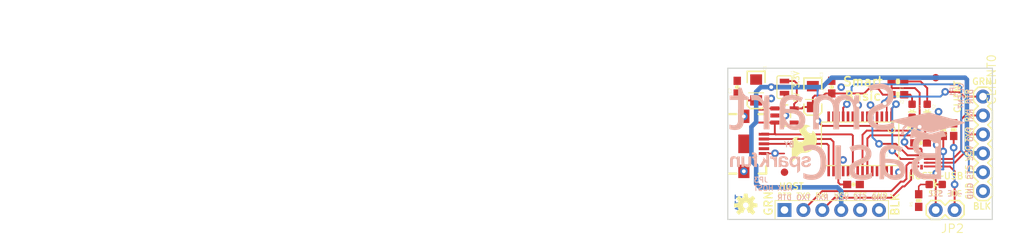
<source format=kicad_pcb>
(kicad_pcb (version 20211014) (generator pcbnew)
  (layers (0 "F.Cu" signal) (1 "In1.Cu" signal) (2 "In2.Cu" signal) (31 "B.Cu" signal) (34 "B.Paste" user) (35 "F.Paste" user) (36 "B.SilkS" user "B.Silkscreen") (37 "F.SilkS" user "F.Silkscreen") (38 "B.Mask" user) (39 "F.Mask" user) (44 "Edge.Cuts" user))
  (net 0 "")
  (net 1 "5V")
  (net 2 "N$1")
  (net 3 "N$3")
  (net 4 "GND")
  (net 5 "3.3V")
  (net 6 "N$5")
  (net 7 "N$6")
  (net 8 "TXLED")
  (net 9 "RXLED")
  (net 10 "SELECT")
  (net 11 "~{OE}")
  (net 12 "N$13")
  (net 13 "N$14")
  (net 14 "V_OUT")
  (net 15 "N$11")
  (net 16 "N$12")
  (net 17 "N$16")
  (net 18 "N$17")
  (net 19 "N$2")
  (net 20 "CTS")
  (net 21 "DTR")
  (net 22 "N$4")
  (net 23 "SHIELD_POUR")
  (footprint "boardEagle:0603-RES" (layer "F.Cu") (at 153.5811 98.3996 180)
    (fp_text reference "R2" (at -0.889 -0.762 180) (layer "F.SilkS") (effects (font (size 0.373888 0.373888) (thickness 0.032512)) (justify right top)))
    (fp_text value "1K")
    (pad "1" smd rect (at -0.85 0 180) (size 1.1 1) (layers "F.Cu" "F.Paste" "F.Mask") (net 7 "N$6"))
    (pad "2" smd rect (at 0.85 0 180) (size 1.1 1) (layers "F.Cu" "F.Paste" "F.Mask") (net 5 "3.3V"))
  )
  (footprint "boardEagle:0603-RES" (layer "F.Cu") (at 153.5811 96.6216 180)
    (fp_text reference "R1" (at -0.889 -0.762 180) (layer "F.SilkS") (effects (font (size 0.373888 0.373888) (thickness 0.032512)) (justify right top)))
    (fp_text value "1K")
    (pad "1" smd rect (at -0.85 0 180) (size 1.1 1) (layers "F.Cu" "F.Paste" "F.Mask") (net 6 "N$5"))
    (pad "2" smd rect (at 0.85 0 180) (size 1.1 1) (layers "F.Cu" "F.Paste" "F.Mask") (net 5 "3.3V"))
  )
  (footprint "boardEagle:LED-0603" (layer "F.Cu") (at 155.4861 100.5586 180)
    (fp_text reference "D1" (at -0.6985 0.889 270) (layer "F.SilkS") (effects (font (size 0.373888 0.373888) (thickness 0.032512)) (justify right top)))
    (fp_text value "GREEN")
    (pad "A" smd roundrect (at 0 0.877 180) (size 1 1) (layers "F.Cu" "F.Paste" "F.Mask") (roundrect_rratio 0.15) (net 7 "N$6"))
    (pad "C" smd roundrect (at 0 -0.877 180) (size 1 1) (layers "F.Cu" "F.Paste" "F.Mask") (roundrect_rratio 0.15) (net 9 "RXLED"))
  )
  (footprint "boardEagle:OSHW-LOGO-S" (layer "F.Cu") (at 133.1341 113.2586)
    (fp_text reference "LOGO3" hide)
    (fp_text value "OSHW-LOGOS" hide)
  )
  (footprint "boardEagle:PAD-JUMPER-3-2OF3_NC_BY_PASTE_YES_SILK_FULL_BOX" (layer "F.Cu") (at 138.3411 97.3836 -90)
    (fp_text reference "SJ1" (at -1.27 -1.27 -90) (layer "F.SilkS") (effects (font (size 0.373888 0.373888) (thickness 0.032512)) (justify left bottom)))
    (fp_text value "JUMPER-PAD-3-2OF3_NC_BY_PASTE")
    (pad "1" smd rect (at -0.8128 0 270) (size 0.635 1.27) (layers "F.Cu" "F.Mask") (net 5 "3.3V"))
    (pad "2" smd rect (at 0 0 270) (size 0.635 1.27) (layers "F.Cu" "F.Mask") (net 14 "V_OUT"))
    (pad "3" smd rect (at 0.8128 0 270) (size 0.635 1.27) (layers "F.Cu" "F.Mask") (net 1 "5V"))
  )
  (footprint "boardEagle:CREATIVE_COMMONS" (layer "F.Cu") (at 53.2511 102.4636)
    (fp_text reference "FRAME1" hide)
    (fp_text value "FRAME-LETTER" hide)
  )
  (footprint "boardEagle:SFE_LOGO_FLAME_.2" (layer "F.Cu") (at 138.9761 107.7976)
    (fp_text reference "LOGO2" hide)
    (fp_text value "SFE_LOGO_FLAME.2_INCH" hide)
  )
  (footprint "boardEagle:LED-0603" (layer "F.Cu") (at 157.5181 100.5586 180)
    (fp_text reference "D2" (at -0.6985 0.889 270) (layer "F.SilkS") (effects (font (size 0.373888 0.373888) (thickness 0.032512)) (justify right top)))
    (fp_text value "RED")
    (pad "A" smd roundrect (at 0 0.877 180) (size 1 1) (layers "F.Cu" "F.Paste" "F.Mask") (roundrect_rratio 0.15) (net 6 "N$5"))
    (pad "C" smd roundrect (at 0 -0.877 180) (size 1 1) (layers "F.Cu" "F.Paste" "F.Mask") (roundrect_rratio 0.15) (net 8 "TXLED"))
  )
  (footprint "boardEagle:0603-RES" (layer "F.Cu") (at 161.0741 103.0986 90)
    (fp_text reference "R4" (at -0.889 -0.762 90) (layer "F.SilkS") (effects (font (size 0.373888 0.373888) (thickness 0.032512)) (justify left bottom)))
    (fp_text value "10K")
    (pad "1" smd rect (at -0.85 0 90) (size 1.1 1) (layers "F.Cu" "F.Paste" "F.Mask") (net 11 "~{OE}"))
    (pad "2" smd rect (at 0.85 0 90) (size 1.1 1) (layers "F.Cu" "F.Paste" "F.Mask") (net 4 "GND"))
  )
  (footprint "boardEagle:LED-0603" (layer "F.Cu") (at 158.6611 110.4646 90)
    (fp_text reference "D4" (at -0.6985 0.889 180) (layer "F.SilkS") (effects (font (size 0.373888 0.373888) (thickness 0.032512)) (justify right top)))
    (fp_text value "GREEN")
    (pad "A" smd roundrect (at 0 0.877 90) (size 1 1) (layers "F.Cu" "F.Paste" "F.Mask") (roundrect_rratio 0.15) (net 10 "SELECT"))
    (pad "C" smd roundrect (at 0 -0.877 90) (size 1 1) (layers "F.Cu" "F.Paste" "F.Mask") (roundrect_rratio 0.15) (net 22 "N$4"))
  )
  (footprint "boardEagle:FTDI_DEVICE_SIDE" (layer "F.Cu") (at 144.6911 113.8936)
    (fp_text reference "HOST0" hide)
    (fp_text value "" hide)
    (fp_text user "RXI" (at -2.286 -1.524) (layer "F.SilkS") (effects (font (size 0.69088 0.69088) (thickness 0.12192)) (justify left bottom)))
    (fp_text user "DTR" (at -7.366 -1.524) (layer "F.SilkS") (effects (font (size 0.69088 0.69088) (thickness 0.12192)) (justify left bottom)))
    (fp_text user "VCC" (at 0.254 -1.524) (layer "F.SilkS") (effects (font (size 0.69088 0.69088) (thickness 0.12192)) (justify left bottom)))
    (fp_text user "GRN" (at -7.874 0.889 90) (layer "F.SilkS") (effects (font (size 1.0795 1.0795) (thickness 0.1905)) (justify left bottom)))
    (fp_text user "CTS" (at 2.794 -1.524) (layer "F.SilkS") (effects (font (size 0.69088 0.69088) (thickness 0.12192)) (justify left bottom)))
    (fp_text user "BLK" (at 9.144 0.889 90) (layer "F.SilkS") (effects (font (size 1.0795 1.0795) (thickness 0.1905)) (justify left bottom)))
    (fp_text user "TXO" (at -4.826 -1.524) (layer "F.SilkS") (effects (font (size 0.69088 0.69088) (thickness 0.12192)) (justify left bottom)))
    (fp_text user "GND" (at 5.334 -1.524) (layer "F.SilkS") (effects (font (size 0.69088 0.69088) (thickness 0.12192)) (justify left bottom)))
    (pad "P$1" thru_hole rect (at -6.35 0) (size 1.8796 1.8796) (drill 1.016) (layers *.Cu *.Mask))
    (pad "P$2" thru_hole circle (at -3.81 0) (size 1.8796 1.8796) (drill 1.016) (layers *.Cu *.Mask) (net 17 "N$16"))
    (pad "P$3" thru_hole circle (at -1.27 0) (size 1.8796 1.8796) (drill 1.016) (layers *.Cu *.Mask) (net 18 "N$17"))
    (pad "P$4" thru_hole circle (at 1.27 0) (size 1.8796 1.8796) (drill 1.016) (layers *.Cu *.Mask) (net 14 "V_OUT"))
    (pad "P$5" thru_hole circle (at 3.81 0) (size 1.8796 1.8796) (drill 1.016) (layers *.Cu *.Mask))
    (pad "P$6" thru_hole circle (at 6.35 0) (size 1.8796 1.8796) (drill 1.016) (layers *.Cu *.Mask) (net 4 "GND"))
  )
  (footprint "boardEagle:0603-CAP" (layer "F.Cu") (at 144.6911 97.3836 90)
    (fp_text reference "C5" (at -0.889 -0.762 90) (layer "F.SilkS") (effects (font (size 0.373888 0.373888) (thickness 0.032512)) (justify left bottom)))
    (fp_text value "0.1uF")
    (pad "1" smd rect (at -0.85 0 90) (size 1.1 1) (layers "F.Cu" "F.Paste" "F.Mask") (net 5 "3.3V"))
    (pad "2" smd rect (at 0.85 0 90) (size 1.1 1) (layers "F.Cu" "F.Paste" "F.Mask") (net 4 "GND"))
  )
  (footprint "boardEagle:FTDI_BASIC" (layer "F.Cu") (at 165.0111 98.6536 -90)
    (fp_text reference "CLIENT0" (at 1.1938 -1.8288 -90) (layer "F.SilkS") (effects (font (size 1.143 1.143) (thickness 0.127)) (justify left bottom)))
    (fp_text value "")
    (pad "CTS" thru_hole circle (at 10.16 0) (size 1.8796 1.8796) (drill 1.016) (layers *.Cu *.Mask) (net 20 "CTS"))
    (pad "DTR" thru_hole circle (at 0 0) (size 1.8796 1.8796) (drill 1.016) (layers *.Cu *.Mask) (net 21 "DTR"))
    (pad "GND" thru_hole circle (at 12.7 0) (size 1.8796 1.8796) (drill 1.016) (layers *.Cu *.Mask) (net 4 "GND"))
    (pad "RXI" thru_hole circle (at 2.54 0) (size 1.8796 1.8796) (drill 1.016) (layers *.Cu *.Mask) (net 12 "N$13"))
    (pad "TXO" thru_hole circle (at 5.08 0) (size 1.8796 1.8796) (drill 1.016) (layers *.Cu *.Mask) (net 13 "N$14"))
    (pad "VCC" thru_hole circle (at 7.62 0) (size 1.8796 1.8796) (drill 1.016) (layers *.Cu *.Mask) (net 14 "V_OUT"))
  )
  (footprint "boardEagle:FIDUCIAL-1X2" (layer "F.Cu") (at 138.3411 108.8136)
    (fp_text reference "FID1" hide)
    (fp_text value "FIDUCIAL1X2" hide)
    (pad "1" smd roundrect (at 0 0) (size 1 1) (layers "F.Cu" "F.Mask") (roundrect_rratio 0.5))
  )
  (footprint "boardEagle:EIA3216" (layer "F.Cu") (at 134.5311 97.7646 -90)
    (fp_text reference "C1" (at -2.54 -1.381 -90) (layer "F.SilkS") (effects (font (size 0.373888 0.373888) (thickness 0.032512)) (justify left bottom)))
    (fp_text value "10uF")
    (pad "A" smd rect (at 1.4 0) (size 1.6 1.4) (layers "F.Cu" "F.Paste" "F.Mask") (net 1 "5V"))
    (pad "C" smd rect (at -1.4 0) (size 1.6 1.4) (layers "F.Cu" "F.Paste" "F.Mask") (net 4 "GND"))
  )
  (footprint "boardEagle:0603-RES" (layer "F.Cu") (at 156.3751 112.6236 90)
    (fp_text reference "R5" (at -0.889 -0.762 90) (layer "F.SilkS") (effects (font (size 0.373888 0.373888) (thickness 0.032512)) (justify left bottom)))
    (fp_text value "1K")
    (pad "1" smd rect (at -0.85 0 90) (size 1.1 1) (layers "F.Cu" "F.Paste" "F.Mask") (net 4 "GND"))
    (pad "2" smd rect (at 0.85 0 90) (size 1.1 1) (layers "F.Cu" "F.Paste" "F.Mask") (net 22 "N$4"))
  )
  (footprint "boardEagle:0603-RES" (layer "F.Cu") (at 159.6771 103.0986 -90)
    (fp_text reference "R3" (at -0.889 -0.762 -90) (layer "F.SilkS") (effects (font (size 0.373888 0.373888) (thickness 0.032512)) (justify left bottom)))
    (fp_text value "1K")
    (pad "1" smd rect (at -0.85 0 270) (size 1.1 1) (layers "F.Cu" "F.Paste" "F.Mask") (net 4 "GND"))
    (pad "2" smd rect (at 0.85 0 270) (size 1.1 1) (layers "F.Cu" "F.Paste" "F.Mask") (net 10 "SELECT"))
  )
  (footprint "boardEagle:0603-CAP" (layer "F.Cu") (at 156.6291 104.8766)
    (fp_text reference "C6" (at -0.889 -0.762) (layer "F.SilkS") (effects (font (size 0.373888 0.373888) (thickness 0.032512)) (justify left bottom)))
    (fp_text value "0.1uF")
    (pad "1" smd rect (at -0.85 0) (size 1.1 1) (layers "F.Cu" "F.Paste" "F.Mask") (net 5 "3.3V"))
    (pad "2" smd rect (at 0.85 0) (size 1.1 1) (layers "F.Cu" "F.Paste" "F.Mask") (net 4 "GND"))
  )
  (footprint "boardEagle:USB-B-MICRO-SMD_V03" (layer "F.Cu") (at 132.8801 105.0036)
    (fp_text reference "JP4" (at -1.27 -5.969) (layer "F.SilkS") (effects (font (size 0.373888 0.373888) (thickness 0.032512)) (justify left bottom)))
    (fp_text value "USB Micro B")
    (pad "" np_thru_hole circle (at 2.2 1.9) (size 0.85 0.85) (drill 0.85) (layers *.Cu *.Mask))
    (pad "" np_thru_hole circle (at 2.2 -1.9) (size 0.85 0.85) (drill 0.85) (layers *.Cu *.Mask))
    (pad "D+1" smd rect (at 2.7 0 90) (size 0.4 1.4) (layers "F.Cu" "F.Paste" "F.Mask") (net 3 "N$3"))
    (pad "D-1" smd rect (at 2.7 -0.65 90) (size 0.4 1.4) (layers "F.Cu" "F.Paste" "F.Mask") (net 2 "N$1"))
    (pad "GND1" smd rect (at 2.7 1.3 90) (size 0.4 1.4) (layers "F.Cu" "F.Paste" "F.Mask") (net 4 "GND"))
    (pad "ID1" smd rect (at 2.7 0.65 90) (size 0.4 1.4) (layers "F.Cu" "F.Paste" "F.Mask"))
    (pad "SHIELD1" smd rect (at 0 -3.7 90) (size 1.8 1.5) (layers "F.Cu") (net 23 "SHIELD_POUR"))
    (pad "SHIELD2" smd rect (at 0 3.7 90) (size 1.8 1.5) (layers "F.Cu") (net 23 "SHIELD_POUR"))
    (pad "SHIELD3" smd rect (at 0 0 90) (size 2.5 1.5) (layers "F.Cu") (net 23 "SHIELD_POUR"))
    (pad "VBUS1" smd rect (at 2.7 -1.3 90) (size 0.4 1.4) (layers "F.Cu" "F.Paste" "F.Mask") (net 1 "5V"))
  )
  (footprint "boardEagle:QFN-10-RSE" (layer "F.Cu") (at 156.7561 107.2896)
    (fp_text reference "U3" (at -0.65 -1.7) (layer "F.SilkS") (effects (font (size 0.23368 0.23368) (thickness 0.02032)) (justify left bottom)))
    (fp_text value "TS3USB221A")
    (pad "1" smd rect (at -0.6 -0.75) (size 0.58 0.25) (layers "F.Cu" "F.Paste" "F.Mask") (net 15 "N$11"))
    (pad "2" smd rect (at -0.6 -0.25) (size 0.58 0.25) (layers "F.Cu" "F.Paste" "F.Mask") (net 16 "N$12"))
    (pad "3" smd rect (at -0.6 0.25) (size 0.58 0.25) (layers "F.Cu" "F.Paste" "F.Mask") (net 17 "N$16"))
    (pad "4" smd rect (at -0.6 0.75) (size 0.58 0.25) (layers "F.Cu" "F.Paste" "F.Mask") (net 18 "N$17"))
    (pad "5" smd rect (at 0 0.85 90) (size 0.63 0.35) (layers "F.Cu" "F.Paste" "F.Mask") (net 4 "GND"))
    (pad "6" smd rect (at 0.6 0.75) (size 0.58 0.25) (layers "F.Cu" "F.Paste" "F.Mask") (net 11 "~{OE}"))
    (pad "7" smd rect (at 0.6 0.25) (size 0.58 0.25) (layers "F.Cu" "F.Paste" "F.Mask") (net 13 "N$14"))
    (pad "8" smd rect (at 0.6 -0.25) (size 0.58 0.25) (layers "F.Cu" "F.Paste" "F.Mask") (net 12 "N$13"))
    (pad "9" smd rect (at 0.6 -0.75) (size 0.58 0.25) (layers "F.Cu" "F.Paste" "F.Mask") (net 10 "SELECT"))
    (pad "10" smd rect (at 0 -0.85 90) (size 0.63 0.35) (layers "F.Cu" "F.Paste" "F.Mask") (net 5 "3.3V"))
  )
  (footprint "boardEagle:0603-CAP" (layer "F.Cu") (at 147.6121 110.4646)
    (fp_text reference "C4" (at -0.889 -0.762) (layer "F.SilkS") (effects (font (size 0.373888 0.373888) (thickness 0.032512)) (justify left bottom)))
    (fp_text value "0.1uF")
    (pad "1" smd rect (at -0.85 0) (size 1.1 1) (layers "F.Cu" "F.Paste" "F.Mask") (net 19 "N$2"))
    (pad "2" smd rect (at 0.85 0) (size 1.1 1) (layers "F.Cu" "F.Paste" "F.Mask") (net 4 "GND"))
  )
  (footprint "boardEagle:1X02" (layer "F.Cu") (at 161.2011 113.8936 180)
    (fp_text reference "JP2" (at -1.3462 -1.8288 180) (layer "F.SilkS") (effects (font (size 1.143 1.143) (thickness 0.127)) (justify right top)))
    (fp_text value "M02PTH")
    (pad "1" thru_hole circle (at 0 0 270) (size 1.8796 1.8796) (drill 1.016) (layers *.Cu *.Mask) (net 11 "~{OE}"))
    (pad "2" thru_hole circle (at 2.54 0 270) (size 1.8796 1.8796) (drill 1.016) (layers *.Cu *.Mask) (net 10 "SELECT"))
  )
  (footprint "boardEagle:EIA3216" (layer "F.Cu") (at 142.1511 98.6536 -90)
    (fp_text reference "C3" (at -2.54 -1.381 -90) (layer "F.SilkS") (effects (font (size 0.373888 0.373888) (thickness 0.032512)) (justify left bottom)))
    (fp_text value "10uF")
    (pad "A" smd rect (at 1.4 0) (size 1.6 1.4) (layers "F.Cu" "F.Paste" "F.Mask") (net 5 "3.3V"))
    (pad "C" smd rect (at -1.4 0) (size 1.6 1.4) (layers "F.Cu" "F.Paste" "F.Mask") (net 4 "GND"))
  )
  (footprint "boardEagle:FIDUCIAL-1X2" (layer "F.Cu") (at 158.6611 96.1136)
    (fp_text reference "FID2" hide)
    (fp_text value "FIDUCIAL1X2" hide)
    (pad "1" smd roundrect (at 0 0) (size 1 1) (layers "F.Cu" "F.Mask") (roundrect_rratio 0.5))
  )
  (footprint "boardEagle:0603-CAP" (layer "F.Cu") (at 131.9911 97.3836 90)
    (fp_text reference "C2" (at -0.889 -0.762 90) (layer "F.SilkS") (effects (font (size 0.373888 0.373888) (thickness 0.032512)) (justify left bottom)))
    (fp_text value "0.1uF")
    (pad "1" smd rect (at -0.85 0 90) (size 1.1 1) (layers "F.Cu" "F.Paste" "F.Mask") (net 1 "5V"))
    (pad "2" smd rect (at 0.85 0 90) (size 1.1 1) (layers "F.Cu" "F.Paste" "F.Mask") (net 4 "GND"))
  )
  (footprint "boardEagle:SSOP28DB" (layer "F.Cu") (at 148.5011 105.0036 180)
    (fp_text reference "U1" (at -3.81 -1.27 180) (layer "F.SilkS") (effects (font (size 0.373888 0.373888) (thickness 0.032512)) (justify right top)))
    (fp_text value "FT232RLSSOP")
    (pad "1" smd rect (at -4.225 3.656 180) (size 0.348 1.397) (layers "F.Cu" "F.Paste" "F.Mask") (net 16 "N$12"))
    (pad "2" smd rect (at -3.575 3.656 180) (size 0.348 1.397) (layers "F.Cu" "F.Paste" "F.Mask") (net 21 "DTR"))
    (pad "3" smd rect (at -2.925 3.656 180) (size 0.348 1.397) (layers "F.Cu" "F.Paste" "F.Mask"))
    (pad "4" smd rect (at -2.275 3.656 180) (size 0.348 1.397) (layers "F.Cu" "F.Paste" "F.Mask") (net 14 "V_OUT"))
    (pad "5" smd rect (at -1.625 3.656 180) (size 0.348 1.397) (layers "F.Cu" "F.Paste" "F.Mask") (net 15 "N$11"))
    (pad "6" smd rect (at -0.975 3.656 180) (size 0.348 1.397) (layers "F.Cu" "F.Paste" "F.Mask"))
    (pad "7" smd rect (at -0.325 3.656 180) (size 0.348 1.397) (layers "F.Cu" "F.Paste" "F.Mask") (net 4 "GND"))
    (pad "8" smd rect (at 0.325 3.656 180) (size 0.348 1.397) (layers "F.Cu" "F.Paste" "F.Mask"))
    (pad "9" smd rect (at 0.975 3.656 180) (size 0.348 1.397) (layers "F.Cu" "F.Paste" "F.Mask"))
    (pad "10" smd rect (at 1.625 3.656 180) (size 0.348 1.397) (layers "F.Cu" "F.Paste" "F.Mask"))
    (pad "11" smd rect (at 2.275 3.656 180) (size 0.348 1.397) (layers "F.Cu" "F.Paste" "F.Mask") (net 20 "CTS"))
    (pad "12" smd rect (at 2.925 3.656 180) (size 0.348 1.397) (layers "F.Cu" "F.Paste" "F.Mask"))
    (pad "13" smd rect (at 3.575 3.656 180) (size 0.348 1.397) (layers "F.Cu" "F.Paste" "F.Mask"))
    (pad "14" smd rect (at 4.225 3.656 180) (size 0.348 1.397) (layers "F.Cu" "F.Paste" "F.Mask"))
    (pad "15" smd rect (at 4.225 -3.656 180) (size 0.348 1.397) (layers "F.Cu" "F.Paste" "F.Mask") (net 3 "N$3"))
    (pad "16" smd rect (at 3.575 -3.656 180) (size 0.348 1.397) (layers "F.Cu" "F.Paste" "F.Mask") (net 2 "N$1"))
    (pad "17" smd rect (at 2.925 -3.656 180) (size 0.348 1.397) (layers "F.Cu" "F.Paste" "F.Mask") (net 19 "N$2"))
    (pad "18" smd rect (at 2.275 -3.656 180) (size 0.348 1.397) (layers "F.Cu" "F.Paste" "F.Mask") (net 4 "GND"))
    (pad "19" smd rect (at 1.625 -3.656 180) (size 0.348 1.397) (layers "F.Cu" "F.Paste" "F.Mask"))
    (pad "20" smd rect (at 0.975 -3.656 180) (size 0.348 1.397) (layers "F.Cu" "F.Paste" "F.Mask") (net 1 "5V"))
    (pad "21" smd rect (at 0.325 -3.656 180) (size 0.348 1.397) (layers "F.Cu" "F.Paste" "F.Mask") (net 4 "GND"))
    (pad "22" smd rect (at -0.325 -3.656 180) (size 0.348 1.397) (layers "F.Cu" "F.Paste" "F.Mask") (net 9 "RXLED"))
    (pad "23" smd rect (at -0.975 -3.656 180) (size 0.348 1.397) (layers "F.Cu" "F.Paste" "F.Mask") (net 8 "TXLED"))
    (pad "24" smd rect (at -1.625 -3.656 180) (size 0.348 1.397) (layers "F.Cu" "F.Paste" "F.Mask"))
    (pad "25" smd rect (at -2.275 -3.656 180) (size 0.348 1.397) (layers "F.Cu" "F.Paste" "F.Mask") (net 4 "GND"))
    (pad "26" smd rect (at -2.925 -3.656 180) (size 0.348 1.397) (layers "F.Cu" "F.Paste" "F.Mask") (net 4 "GND"))
    (pad "27" smd rect (at -3.575 -3.656 180) (size 0.348 1.397) (layers "F.Cu" "F.Paste" "F.Mask"))
    (pad "28" smd rect (at -4.225 -3.656 180) (size 0.348 1.397) (layers "F.Cu" "F.Paste" "F.Mask"))
  )
  (footprint "boardEagle:SOT23-5" (layer "F.Cu") (at 138.3411 101.1936 -90)
    (fp_text reference "U2" (at -0.889 -2.159 -90) (layer "F.SilkS") (effects (font (size 0.373888 0.373888) (thickness 0.032512)) (justify left bottom)))
    (fp_text value "MIC5219 3.3V")
    (pad "1" smd rect (at -0.95 1.3001 270) (size 0.55 1.2) (layers "F.Cu" "F.Paste" "F.Mask") (net 1 "5V"))
    (pad "2" smd rect (at 0 1.3001 270) (size 0.55 1.2) (layers "F.Cu" "F.Paste" "F.Mask") (net 4 "GND"))
    (pad "3" smd rect (at 0.95 1.3001 270) (size 0.55 1.2) (layers "F.Cu" "F.Paste" "F.Mask") (net 1 "5V"))
    (pad "4" smd rect (at 0.95 -1.3001 270) (size 0.55 1.2) (layers "F.Cu" "F.Paste" "F.Mask"))
    (pad "5" smd rect (at -0.95 -1.3001 270) (size 0.55 1.2) (layers "F.Cu" "F.Paste" "F.Mask") (net 5 "3.3V"))
  )
  (footprint "boardEagle:SMART_BASIC_LOGO" (layer "B.Cu") (at 162.9791 111.7346 180)
    (fp_text reference "U$1" hide)
    (fp_text value "SMART_BASIC_LOGO" hide)
  )
  (footprint "boardEagle:SFE_LOGO_NAME_.1" (layer "B.Cu") (at 142.4051 109.4486 180)
    (fp_text reference "LOGO1" hide)
    (fp_text value "SFE_LOGO_NAME.1_INCH" hide)
  )
  (gr_line (start 130.7211 94.8436) (end 130.7211 115.1636) (layer "Edge.Cuts") (width 0.1524))
  (gr_line (start 166.2811 94.8436) (end 130.7211 94.8436) (layer "Edge.Cuts") (width 0.1524))
  (gr_line (start 166.2611 115.1636) (end 166.2811 94.8436) (layer "Edge.Cuts") (width 0.1524))
  (gr_line (start 130.7211 115.1636) (end 166.2611 115.1636) (layer "Edge.Cuts") (width 0.1524))
  (gr_text "v11" (at 132.6261 112.8776 -90) (layer "B.Cu") (effects (font (size 0.8636 0.8636) (thickness 0.1524)) (justify top mirror)))
  (gr_text "DTR" (at 163.7411 98.6536 -270) (layer "B.SilkS") (effects (font (size 0.73406 0.73406) (thickness 0.12954)) (justify bottom mirror)))
  (gr_text "CTS" (at 148.5011 112.6236) (layer "B.SilkS") (effects (font (size 0.69088 0.69088) (thickness 0.12192)) (justify bottom mirror)))
  (gr_text "VCC" (at 145.9611 112.6236) (layer "B.SilkS") (effects (font (size 0.69088 0.69088) (thickness 0.12192)) (justify bottom mirror)))
  (gr_text "GND" (at 163.7411 111.3536 -270) (layer "B.SilkS") (effects (font (size 0.73406 0.73406) (thickness 0.12954)) (justify bottom mirror)))
  (gr_text "JP1\nCLIENT" (at 162.4711 96.7486 -270) (layer "B.SilkS") (effects (font (size 0.69088 0.69088) (thickness 0.12192)) (justify left bottom mirror)))
  (gr_text "DTR" (at 138.3411 112.6236) (layer "B.SilkS") (effects (font (size 0.69088 0.69088) (thickness 0.12192)) (justify bottom mirror)))
  (gr_text "GND" (at 151.0411 112.6236) (layer "B.SilkS") (effects (font (size 0.69088 0.69088) (thickness 0.12192)) (justify bottom mirror)))
  (gr_text "RXI" (at 163.7411 101.1936 -270) (layer "B.SilkS") (effects (font (size 0.73406 0.73406) (thickness 0.12954)) (justify bottom mirror)))
  (gr_text "~OE" (at 161.2011 112.1156) (layer "B.SilkS") (effects (font (size 0.73406 0.73406) (thickness 0.12954)) (justify bottom mirror)))
  (gr_text "TXO" (at 163.7411 103.7336 -270) (layer "B.SilkS") (effects (font (size 0.73406 0.73406) (thickness 0.12954)) (justify bottom mirror)))
  (gr_text "SEL" (at 158.6611 112.1156) (layer "B.SilkS") (effects (font (size 0.73406 0.73406) (thickness 0.12954)) (justify bottom mirror)))
  (gr_text "VCC" (at 163.7411 106.2736 -270) (layer "B.SilkS") (effects (font (size 0.73406 0.73406) (thickness 0.12954)) (justify bottom mirror)))
  (gr_text "JP3\nAUX HOST" (at 134.1501 109.4486) (layer "B.SilkS") (effects (font (size 0.69088 0.69088) (thickness 0.12192)) (justify right top mirror)))
  (gr_text "CTS" (at 163.7411 108.8136 -270) (layer "B.SilkS") (effects (font (size 0.73406 0.73406) (thickness 0.12954)) (justify bottom mirror)))
  (gr_text "BY" (at 138.9761 105.5116) (layer "B.SilkS") (effects (font (size 0.73406 0.73406) (thickness 0.12954)) (justify bottom mirror)))
  (gr_text "RXI" (at 143.4211 112.6236) (layer "B.SilkS") (effects (font (size 0.69088 0.69088) (thickness 0.12192)) (justify bottom mirror)))
  (gr_text "TXO" (at 140.8811 112.6236) (layer "B.SilkS") (effects (font (size 0.69088 0.69088) (thickness 0.12192)) (justify bottom mirror)))
  (gr_text "CTS" (at 163.4871 108.8136 90) (layer "F.SilkS") (effects (font (size 0.73406 0.73406) (thickness 0.12954)) (justify bottom)))
  (gr_text "~OE" (at 161.2011 112.1156) (layer "F.SilkS") (effects (font (size 0.73406 0.73406) (thickness 0.12954)) (justify bottom)))
  (gr_text "3.3V" (at 140.3731 96.3676 90) (layer "F.SilkS") (effects (font (size 0.69088 0.69088) (thickness 0.12192)) (justify bottom)))
  (gr_text "BLK" (at 164.8841 113.8936) (layer "F.SilkS") (effects (font (size 0.8636 0.8636) (thickness 0.1524)) (justify bottom)))
  (gr_text "DTR" (at 163.4871 98.6536 90) (layer "F.SilkS") (effects (font (size 0.73406 0.73406) (thickness 0.12954)) (justify bottom)))
  (gr_text "CLIENT" (at 162.0901 100.9396 90) (layer "F.SilkS") (effects (font (size 0.8636 0.8636) (thickness 0.1524)) (justify left bottom)))
  (gr_text "RXI" (at 163.4871 101.1936 90) (layer "F.SilkS") (effects (font (size 0.73406 0.73406) (thickness 0.12954)) (justify bottom)))
  (gr_text "TX" (at 157.5181 103.2256) (layer "F.SilkS") (effects (font (size 0.73406 0.73406) (thickness 0.12954)) (justify bottom)))
  (gr_text "GRN" (at 164.8841 97.1296) (layer "F.SilkS") (effects (font (size 0.8636 0.8636) (thickness 0.1524)) (justify bottom)))
  (gr_text "Smart\nBasic" (at 148.8821 99.2886) (layer "F.SilkS") (effects (font (size 1.20904 1.20904) (thickness 0.21336)) (justify bottom)))
  (gr_text "RX" (at 155.4861 103.2256) (layer "F.SilkS") (effects (font (size 0.73406 0.73406) (thickness 0.12954)) (justify bottom)))
  (gr_text "5V" (at 140.3731 98.7806 90) (layer "F.SilkS") (effects (font (size 0.69088 0.69088) (thickness 0.12192)) (justify bottom)))
  (gr_text "SEL" (at 158.6611 112.1156) (layer "F.SilkS") (effects (font (size 0.73406 0.73406) (thickness 0.12954)) (justify bottom)))
  (gr_text "GND" (at 163.4871 111.3536 90) (layer "F.SilkS") (effects (font (size 0.73406 0.73406) (thickness 0.12954)) (justify bottom)))
  (gr_text "HOST" (at 141.0081 110.2106) (layer "F.SilkS") (effects (font (size 0.8636 0.8636) (thickness 0.1524)) (justify right top)))
  (gr_text "HOST/~USB" (at 158.6611 108.8136) (layer "F.SilkS") (effects (font (size 0.8636 0.8636) (thickness 0.1524)) (justify top)))
  (gr_text "TXO" (at 163.4871 103.7336 90) (layer "F.SilkS") (effects (font (size 0.73406 0.73406) (thickness 0.12954)) (justify bottom)))
  (gr_text "VCC" (at 163.4871 106.2736 90) (layer "F.SilkS") (effects (font (size 0.73406 0.73406) (thickness 0.12954)) (justify bottom)))
  (segment (start 131.9911 98.2336) (end 132.5871 98.2336) (width 0.254) (layer "F.Cu") (net 1))
  (segment (start 147.5261 108.6596) (end 147.5261 103.9016) (width 0.254) (layer "F.Cu") (net 1))
  (segment (start 138.3411 99.9236) (end 138.0211 100.2436) (width 0.254) (layer "F.Cu") (net 1))
  (segment (start 137.041 102.1436) (end 137.041 103.6066) (width 0.254) (layer "F.Cu") (net 1))
  (segment (start 137.041 102.1436) (end 134.7191 102.1436) (width 0.254) (layer "F.Cu") (net 1))
  (segment (start 135.6741 100.4316) (end 134.5311 100.4316) (width 0.2032) (layer "F.Cu") (net 1))
  (segment (start 138.3411 98.1964) (end 138.3411 99.9236) (width 0.254) (layer "F.Cu") (net 1))
  (segment (start 135.5801 103.7036) (end 137.138 103.7036) (width 0.254) (layer "F.Cu") (net 1))
  (segment (start 137.041 100.2436) (end 135.8621 100.2436) (width 0.2032) (layer "F.Cu") (net 1))
  (segment (start 134.5311 100.4316) (end 134.5311 99.1646) (width 0.254) (layer "F.Cu") (net 1))
  (segment (start 134.5311 101.9556) (end 134.5311 100.4316) (width 0.254) (layer "F.Cu") (net 1))
  (segment (start 135.8621 100.2436) (end 135.6741 100.4316) (width 0.2032) (layer "F.Cu") (net 1))
  (segment (start 132.5871 98.2336) (end 133.5181 99.1646) (width 0.254) (layer "F.Cu") (net 1))
  (segment (start 137.041 100.2436) (end 138.0211 100.2436) (width 0.254) (layer "F.Cu") (net 1))
  (segment (start 147.5261 103.9016) (end 147.3581 103.7336) (width 0.254) (layer "F.Cu") (net 1))
  (segment (start 137.138 103.7036) (end 137.168 103.7336) (width 0.254) (layer "F.Cu") (net 1))
  (segment (start 134.7191 102.1436) (end 134.5311 101.9556) (width 0.254) (layer "F.Cu") (net 1))
  (segment (start 137.041 103.6066) (end 137.138 103.7036) (width 0.254) (layer "F.Cu") (net 1))
  (segment (start 134.5311 99.1646) (end 133.5181 99.1646) (width 0.254) (layer "F.Cu") (net 1))
  (segment (start 147.3581 103.7336) (end 137.168 103.7336) (width 0.254) (layer "F.Cu") (net 1))
  (segment (start 144.5491 104.3536) (end 144.9261 104.7306) (width 0.254) (layer "F.Cu") (net 2))
  (segment (start 135.5801 104.3536) (end 144.5491 104.3536) (width 0.254) (layer "F.Cu") (net 2))
  (segment (start 144.9261 108.6596) (end 144.9261 104.7306) (width 0.254) (layer "F.Cu") (net 2))
  (segment (start 144.0561 105.0036) (end 135.5801 105.0036) (width 0.254) (layer "F.Cu") (net 3))
  (segment (start 144.2761 108.6596) (end 144.2761 105.2236) (width 0.254) (layer "F.Cu") (net 3))
  (segment (start 144.2761 105.2236) (end 144.0561 105.0036) (width 0.254) (layer "F.Cu") (net 3))
  (segment (start 135.5801 106.3036) (end 138.3111 106.3036) (width 0.2032) (layer "F.Cu") (net 4))
  (via (at 159.0421 100.6856) (size 1.016) (drill 0.508) (layers "F.Cu" "B.Cu") (net 4))
  (via (at 158.7881 105.1306) (size 1.016) (drill 0.508) (layers "F.Cu" "B.Cu") (net 4))
  (via (at 148.2471 99.7966) (size 1.016) (drill 0.508) (layers "F.Cu" "B.Cu") (net 4))
  (via (at 146.2151 107.1626) (size 1.016) (drill 0.508) (layers "F.Cu" "B.Cu") (net 4))
  (via (at 138.4681 101.1936) (size 1.016) (drill 0.508) (layers "F.Cu" "B.Cu") (net 4))
  (via (at 137.0711 106.2736) (size 1.016) (drill 0.508) (layers "F.Cu" "B.Cu") (net 4))
  (via (at 136.5631 98.9076) (size 1.016) (drill 0.508) (layers "F.Cu" "B.Cu") (net 4))
  (via (at 145.9611 97.3836) (size 1.016) (drill 0.508) (layers "F.Cu" "B.Cu") (net 4))
  (via (at 153.7081 108.8136) (size 1.016) (drill 0.508) (layers "F.Cu" "B.Cu") (net 4))
  (segment (start 155.7401 105.6386) (end 154.9781 105.6386) (width 0.254) (layer "F.Cu") (net 5))
  (segment (start 142.4051 98.5266) (end 143.5481 98.5266) (width 0.254) (layer "F.Cu") (net 5))
  (segment (start 156.5021 102.7176) (end 156.5021 98.1456) (width 0.254) (layer "F.Cu") (net 5))
  (segment (start 155.7791 105.5996) (end 155.7401 105.6386) (width 0.254) (layer "F.Cu") (net 5))
  (segment (start 144.6911 98.2336) (end 143.8411 98.2336) (width 0.254) (layer "F.Cu") (net 5))
  (segment (start 139.9921 96.8756) (end 139.9921 99.2886) (width 0.254) (layer "F.Cu") (net 5))
  (segment (start 156.5021 98.1456) (end 155.8671 97.5106) (width 0.254) (layer "F.Cu") (net 5))
  (segment (start 142.1511 100.0536) (end 140.8781 100.0536) (width 0.254) (layer "F.Cu") (net 5))
  (segment (start 139.6873 96.5708) (end 139.9921 96.8756) (width 0.254) (layer "F.Cu") (net 5))
  (segment (start 151.5491 98.3996) (end 152.7311 98.3996) (width 0.254) (layer "F.Cu") (net 5))
  (segment (start 149.6831 97.5986) (end 150.9531 97.5986) (width 0.254) (layer "F.Cu") (net 5))
  (segment (start 150.9531 97.5986) (end 151.5491 98.3996) (width 0.254) (layer "F.Cu") (net 5))
  (segment (start 149.0481 98.2336) (end 149.6831 97.5986) (width 0.254) (layer "F.Cu") (net 5))
  (segment (start 156.7561 105.7656) (end 156.7561 106.4396) (width 0.254) (layer "F.Cu") (net 5))
  (segment (start 154.4701 104.7496) (end 154.4701 105.1306) (width 0.254) (layer "F.Cu") (net 5))
  (segment (start 139.9921 99.2886) (end 139.6412 99.6395) (width 0.254) (layer "F.Cu") (net 5))
  (segment (start 155.8671 97.5106) (end 152.7311 97.5106) (width 0.254) (layer "F.Cu") (net 5))
  (segment (start 143.8411 98.2336) (end 143.5481 98.5266) (width 0.254) (layer "F.Cu") (net 5))
  (segment (start 156.6291 105.6386) (end 156.7561 105.7656) (width 0.254) (layer "F.Cu") (net 5))
  (segment (start 156.6291 105.6386) (end 155.7401 105.6386) (width 0.254) (layer "F.Cu") (net 5))
  (segment (start 154.4701 105.1306) (end 154.9781 105.6386) (width 0.254) (layer "F.Cu") (net 5))
  (segment (start 140.8781 100.0536) (end 140.6881 100.2436) (width 0.254) (layer "F.Cu") (net 5))
  (segment (start 152.7311 97.5106) (end 152.7311 96.6216) (width 0.254) (layer "F.Cu") (net 5))
  (segment (start 142.1511 98.7806) (end 142.4051 98.5266) (width 0.254) (layer "F.Cu") (net 5))
  (segment (start 152.7311 98.3996) (end 152.7311 97.5106) (width 0.254) (layer "F.Cu") (net 5))
  (segment (start 139.6412 100.2436) (end 140.6881 100.2436) (width 0.254) (layer "F.Cu") (net 5))
  (segment (start 139.6412 100.2436) (end 139.6412 99.6395) (width 0.254) (layer "F.Cu") (net 5))
  (segment (start 144.6911 98.2336) (end 149.0481 98.2336) (width 0.254) (layer "F.Cu") (net 5))
  (segment (start 142.1511 100.0536) (end 142.1511 98.7806) (width 0.254) (layer "F.Cu") (net 5))
  (segment (start 138.3411 96.5708) (end 139.6873 96.5708) (width 0.254) (layer "F.Cu") (net 5))
  (segment (start 155.7791 104.8766) (end 155.7791 105.5996) (width 0.254) (layer "F.Cu") (net 5))
  (via (at 154.4701 104.7496) (size 1.016) (drill 0.508) (layers "F.Cu" "B.Cu") (net 5))
  (via (at 156.5021 102.7176) (size 1.016) (drill 0.508) (layers "F.Cu" "B.Cu") (net 5))
  (segment (start 155.7401 102.7176) (end 156.5021 102.7176) (width 0.254) (layer "B.Cu") (net 5))
  (segment (start 154.4701 104.7496) (end 154.4701 103.9876) (width 0.254) (layer "B.Cu") (net 5))
  (segment (start 154.4701 103.9876) (end 155.7401 102.7176) (width 0.254) (layer "B.Cu") (net 5))
  (segment (start 157.5181 97.5106) (end 157.5181 99.6816) (width 0.254) (layer "F.Cu") (net 6))
  (segment (start 156.6291 96.6216) (end 157.5181 97.5106) (width 0.254) (layer "F.Cu") (net 6))
  (segment (start 154.4311 96.6216) (end 156.6291 96.6216) (width 0.254) (layer "F.Cu") (net 6))
  (segment (start 155.4861 98.7806) (end 155.4861 99.6816) (width 0.254) (layer "F.Cu") (net 7))
  (segment (start 155.2321 98.3996) (end 155.4861 98.7806) (width 0.254) (layer "F.Cu") (net 7))
  (segment (start 154.4311 98.3996) (end 155.2321 98.3996) (width 0.254) (layer "F.Cu") (net 7))
  (segment (start 156.7561 103.8606) (end 149.8981 103.8606) (width 0.254) (layer "F.Cu") (net 8))
  (segment (start 157.5181 101.4356) (end 157.5181 103.0986) (width 0.254) (layer "F.Cu") (net 8))
  (segment (start 149.4761 108.6596) (end 149.4761 104.2826) (width 0.254) (layer "F.Cu") (net 8))
  (segment (start 149.8981 103.8606) (end 149.4761 104.2826) (width 0.254) (layer "F.Cu") (net 8))
  (segment (start 157.5181 103.0986) (end 156.7561 103.8606) (width 0.254) (layer "F.Cu") (net 8))
  (segment (start 155.2321 103.2256) (end 149.3901 103.2256) (width 0.254) (layer "F.Cu") (net 9))
  (segment (start 149.3901 103.2256) (end 148.8261 103.7896) (width 0.254) (layer "F.Cu") (net 9))
  (segment (start 155.4861 101.4356) (end 155.4861 102.9716) (width 0.254) (layer "F.Cu") (net 9))
  (segment (start 148.8261 108.6596) (end 148.8261 103.7896) (width 0.254) (layer "F.Cu") (net 9))
  (segment (start 155.4861 102.9716) (end 155.2321 103.2256) (width 0.254) (layer "F.Cu") (net 9))
  (segment (start 159.1571 106.5396) (end 159.6771 106.0196) (width 0.254) (layer "F.Cu") (net 10))
  (segment (start 159.6771 106.0196) (end 159.6771 103.9486) (width 0.254) (layer "F.Cu") (net 10))
  (segment (start 159.5381 110.4646) (end 158.7881 110.4646) (width 0.254) (layer "F.Cu") (net 10))
  (segment (start 158.6611 108.9406) (end 158.6611 110.3376) (width 0.254) (layer "F.Cu") (net 10))
  (segment (start 158.7881 110.4646) (end 158.6611 110.5916) (width 0.2032) (layer "F.Cu") (net 10))
  (segment (start 157.3561 106.5396) (end 159.1571 106.5396) (width 0.254) (layer "F.Cu") (net 10))
  (segment (start 158.6611 110.5916) (end 158.6611 113.8936) (width 0.254) (layer "F.Cu") (net 10))
  (segment (start 158.6611 110.3376) (end 158.7881 110.4646) (width 0.254) (layer "F.Cu") (net 10))
  (via (at 159.6771 106.0196) (size 1.016) (drill 0.508) (layers "F.Cu" "B.Cu") (net 10))
  (via (at 158.6611 108.9406) (size 0.889) (drill 0.381) (layers "F.Cu" "B.Cu") (net 10))
  (segment (start 158.6611 108.9406) (end 159.0421 108.4326) (width 0.254) (layer "B.Cu") (net 10))
  (segment (start 159.0421 108.4326) (end 159.6771 108.4326) (width 0.254) (layer "B.Cu") (net 10))
  (segment (start 159.6771 108.4326) (end 159.6771 106.0196) (width 0.254) (layer "B.Cu") (net 10))
  (segment (start 161.2011 108.6866) (end 160.5661 108.0516) (width 0.254) (layer "F.Cu") (net 11))
  (segment (start 160.5661 108.0516) (end 159.4351 108.0516) (width 0.254) (layer "F.Cu") (net 11))
  (segment (start 159.4351 108.0516) (end 159.4231 108.0396) (width 0.254) (layer "F.Cu") (net 11))
  (segment (start 161.2011 113.8936) (end 161.2011 110.4646) (width 0.254) (layer "F.Cu") (net 11))
  (segment (start 161.2011 108.6866) (end 161.2011 110.4646) (width 0.254) (layer "F.Cu") (net 11))
  (segment (start 157.3561 108.0396) (end 159.4231 108.0396) (width 0.254) (layer "F.Cu") (net 11))
  (segment (start 159.4231 108.0396) (end 159.9191 108.0396) (width 0.254) (layer "F.Cu") (net 11))
  (segment (start 161.0741 105.5116) (end 161.0741 103.9486) (width 0.254) (layer "F.Cu") (net 11))
  (via (at 161.0741 105.5116) (size 1.016) (drill 0.508) (layers "F.Cu" "B.Cu") (net 11))
  (via (at 161.2011 110.4646) (size 1.016) (drill 0.508) (layers "F.Cu" "B.Cu") (net 11))
  (segment (start 161.0741 105.5116) (end 161.0741 109.3216) (width 0.2032) (layer "B.Cu") (net 11))
  (segment (start 161.0741 109.3216) (end 161.2011 109.4486) (width 0.2032) (layer "B.Cu") (net 11))
  (segment (start 161.2011 109.4486) (end 161.2011 110.4646) (width 0.2032) (layer "B.Cu") (net 11))
  (segment (start 162.5981 101.1936) (end 165.0111 101.1936) (width 0.254) (layer "F.Cu") (net 12))
  (segment (start 162.0901 101.7016) (end 162.5981 101.1936) (width 0.254) (layer "F.Cu") (net 12))
  (segment (start 157.3561 107.0396) (end 160.9431 107.0396) (width 0.254) (layer "F.Cu") (net 12))
  (segment (start 162.0901 105.8926) (end 162.0901 101.7016) (width 0.254) (layer "F.Cu") (net 12))
  (segment (start 160.9431 107.0396) (end 162.0901 105.8926) (width 0.254) (layer "F.Cu") (net 12))
  (segment (start 162.8521 105.8926) (end 162.8521 103.9876) (width 0.254) (layer "F.Cu") (net 13))
  (segment (start 157.3561 107.5396) (end 161.2051 107.5396) (width 0.254) (layer "F.Cu") (net 13))
  (segment (start 161.2051 107.5396) (end 162.8521 105.8926) (width 0.254) (layer "F.Cu") (net 13))
  (segment (start 162.8521 103.9876) (end 163.1061 103.7336) (width 0.254) (layer "F.Cu") (net 13))
  (segment (start 163.1061 103.7336) (end 165.0111 103.7336) (width 0.254) (layer "F.Cu") (net 13))
  (segment (start 150.7761 101.3476) (end 150.7761 102.3476) (width 0.254) (layer "F.Cu") (net 14))
  (segment (start 143.4211 102.5906) (end 142.7861 101.9556) (width 0.254) (layer "F.Cu") (net 14))
  (segment (start 138.3411 97.3836) (end 136.5631 97.3836) (width 0.6096) (layer "F.Cu") (net 14))
  (segment (start 150.5331 102.5906) (end 143.4211 102.5906) (width 0.254) (layer "F.Cu") (net 14))
  (segment (start 150.7761 102.3476) (end 150.5331 102.5906) (width 0.254) (layer "F.Cu") (net 14))
  (via (at 136.5631 97.3836) (size 1.016) (drill 0.508) (layers "F.Cu" "B.Cu") (net 14))
  (via (at 142.7861 101.9556) (size 1.016) (drill 0.508) (layers "F.Cu" "B.Cu") (net 14))
  (segment (start 134.5311 110.3376) (end 135.0391 110.8456) (width 0.6096) (layer "B.Cu") (net 14))
  (segment (start 143.4211 97.3836) (end 144.6911 96.1136) (width 0.6096) (layer "B.Cu") (net 14))
  (segment (start 135.0391 110.8456) (end 145.4531 110.8456) (width 0.6096) (layer "B.Cu") (net 14))
  (segment (start 134.5311 98.0186) (end 134.5311 102.0826) (width 0.6096) (layer "B.Cu") (net 14))
  (segment (start 162.8521 96.3676) (end 162.8521 105.6386) (width 0.6096) (layer "B.Cu") (net 14))
  (segment (start 134.5311 107.9246) (end 134.5311 110.3376) (width 0.6096) (layer "B.Cu") (net 14))
  (segment (start 136.5631 97.3836) (end 142.7861 97.3836) (width 0.6096) (layer "B.Cu") (net 14))
  (segment (start 162.5981 96.1136) (end 162.8521 96.3676) (width 0.6096) (layer "B.Cu") (net 14))
  (segment (start 163.4871 106.2736) (end 165.0111 106.2736) (width 0.6096) (layer "B.Cu") (net 14))
  (segment (start 142.7861 101.9556) (end 142.7861 97.3836) (width 0.254) (layer "B.Cu") (net 14))
  (segment (start 136.5631 97.3836) (end 135.1661 97.3836) (width 0.6096) (layer "B.Cu") (net 14))
  (segment (start 145.9611 111.3536) (end 145.9611 113.8936) (width 0.6096) (layer "B.Cu") (net 14))
  (segment (start 142.7861 97.3836) (end 143.4211 97.3836) (width 0.6096) (layer "B.Cu") (net 14))
  (segment (start 142.7861 97.3836) (end 142.7861 97.2566) (width 0.254) (layer "B.Cu") (net 14))
  (segment (start 144.6911 96.1136) (end 162.5981 96.1136) (width 0.6096) (layer "B.Cu") (net 14))
  (segment (start 145.4531 110.8456) (end 145.9611 111.3536) (width 0.6096) (layer "B.Cu") (net 14))
  (segment (start 133.8961 102.7176) (end 133.8961 107.2896) (width 0.6096) (layer "B.Cu") (net 14))
  (segment (start 133.8961 107.2896) (end 134.5311 107.9246) (width 0.6096) (layer "B.Cu") (net 14))
  (segment (start 135.1661 97.3836) (end 134.5311 98.0186) (width 0.6096) (layer "B.Cu") (net 14))
  (segment (start 162.8521 105.6386) (end 163.4871 106.2736) (width 0.6096) (layer "B.Cu") (net 14))
  (segment (start 134.5311 102.0826) (end 133.8961 102.7176) (width 0.6096) (layer "B.Cu") (net 14))
  (segment (start 153.3271 105.0036) (end 154.8631 106.5396) (width 0.254) (layer "F.Cu") (net 15))
  (segment (start 150.1261 100.0246) (end 149.8981 99.7966) (width 0.254) (layer "F.Cu") (net 15))
  (segment (start 156.1561 106.5396) (end 154.8631 106.5396) (width 0.254) (layer "F.Cu") (net 15))
  (segment (start 150.1261 101.3476) (end 150.1261 100.0246) (width 0.254) (layer "F.Cu") (net 15))
  (segment (start 151.0411 105.0036) (end 153.3271 105.0036) (width 0.254) (layer "F.Cu") (net 15))
  (via (at 151.0411 105.0036) (size 1.016) (drill 0.508) (layers "F.Cu" "B.Cu") (net 15))
  (via (at 149.8981 99.7966) (size 1.016) (drill 0.508) (layers "F.Cu" "B.Cu") (net 15))
  (segment (start 150.1521 100.0506) (end 150.1521 104.1146) (width 0.254) (layer "B.Cu") (net 15))
  (segment (start 149.8981 99.7966) (end 150.1521 100.0506) (width 0.254) (layer "B.Cu") (net 15))
  (segment (start 150.1521 104.1146) (end 151.0411 105.0036) (width 0.254) (layer "B.Cu") (net 15))
  (segment (start 156.1561 107.0396) (end 153.9661 107.0396) (width 0.254) (layer "F.Cu") (net 16))
  (segment (start 152.7261 101.3476) (end 152.7261 100.2706) (width 0.254) (layer "F.Cu") (net 16))
  (segment (start 153.9661 107.0396) (end 152.8191 105.8926) (width 0.254) (layer "F.Cu") (net 16))
  (segment (start 152.7261 100.2706) (end 153.3271 99.6696) (width 0.254) (layer "F.Cu") (net 16))
  (via (at 152.8191 105.8926) (size 1.016) (drill 0.508) (layers "F.Cu" "B.Cu") (net 16))
  (via (at 153.3271 99.6696) (size 1.016) (drill 0.508) (layers "F.Cu" "B.Cu") (net 16))
  (segment (start 152.8191 105.8926) (end 152.8191 100.1776) (width 0.254) (layer "B.Cu") (net 16))
  (segment (start 152.8191 100.1776) (end 153.3271 99.6696) (width 0.254) (layer "B.Cu") (net 16))
  (segment (start 154.7241 109.7026) (end 154.3431 110.0836) (width 0.254) (layer "F.Cu") (net 17))
  (segment (start 153.9621 110.0836) (end 152.6921 111.3536) (width 0.254) (layer "F.Cu") (net 17))
  (segment (start 154.7241 107.9246) (end 154.7241 109.7026) (width 0.254) (layer "F.Cu") (net 17))
  (segment (start 143.4211 111.3536) (end 140.8811 113.8936) (width 0.254) (layer "F.Cu") (net 17))
  (segment (start 155.1091 107.5396) (end 154.7241 107.9246) (width 0.254) (layer "F.Cu") (net 17))
  (segment (start 152.6921 111.3536) (end 143.4211 111.3536) (width 0.254) (layer "F.Cu") (net 17))
  (segment (start 156.1561 107.5396) (end 155.1091 107.5396) (width 0.254) (layer "F.Cu") (net 17))
  (segment (start 154.3431 110.0836) (end 153.9621 110.0836) (width 0.254) (layer "F.Cu") (net 17))
  (segment (start 154.4701 110.7186) (end 154.2161 110.7186) (width 0.254) (layer "F.Cu") (net 18))
  (segment (start 155.8791 108.0396) (end 155.3591 108.5596) (width 0.254) (layer "F.Cu") (net 18))
  (segment (start 155.3591 108.5596) (end 155.3591 109.8296) (width 0.254) (layer "F.Cu") (net 18))
  (segment (start 145.0721 112.2426) (end 143.4211 113.8936) (width 0.254) (layer "F.Cu") (net 18))
  (segment (start 155.3591 109.8296) (end 154.4701 110.7186) (width 0.254) (layer "F.Cu") (net 18))
  (segment (start 156.1561 108.0396) (end 155.8791 108.0396) (width 0.254) (layer "F.Cu") (net 18))
  (segment (start 154.2161 110.7186) (end 152.6921 112.2426) (width 0.254) (layer "F.Cu") (net 18))
  (segment (start 152.6921 112.2426) (end 145.0721 112.2426) (width 0.254) (layer "F.Cu") (net 18))
  (segment (start 145.8341 110.4646) (end 146.7621 110.4646) (width 0.254) (layer "F.Cu") (net 19))
  (segment (start 145.5761 110.2066) (end 145.8341 110.4646) (width 0.254) (layer "F.Cu") (net 19))
  (segment (start 145.5761 108.6596) (end 145.5761 110.2066) (width 0.254) (layer "F.Cu") (net 19))
  (segment (start 146.2261 100.1666) (end 146.7231 99.6696) (width 0.254) (layer "F.Cu") (net 20))
  (segment (start 146.2261 101.3476) (end 146.2261 100.1666) (width 0.254) (layer "F.Cu") (net 20))
  (via (at 146.7231 99.6696) (size 1.016) (drill 0.508) (layers "F.Cu" "B.Cu") (net 20))
  (segment (start 146.7231 98.5266) (end 147.3581 97.8916) (width 0.254) (layer "B.Cu") (net 20))
  (segment (start 162.0901 97.3836) (end 162.0901 105.8926) (width 0.254) (layer "B.Cu") (net 20))
  (segment (start 146.7231 99.6696) (end 146.7231 98.5266) (width 0.254) (layer "B.Cu") (net 20))
  (segment (start 162.0901 105.8926) (end 163.1061 106.9086) (width 0.254) (layer "B.Cu") (net 20))
  (segment (start 147.7391 97.0026) (end 161.7091 97.0026) (width 0.254) (layer "B.Cu") (net 20))
  (segment (start 161.7091 97.0026) (end 162.0901 97.3836) (width 0.254) (layer "B.Cu") (net 20))
  (segment (start 147.3581 97.3836) (end 147.7391 97.0026) (width 0.254) (layer "B.Cu") (net 20))
  (segment (start 163.1061 108.6866) (end 163.2331 108.8136) (width 0.254) (layer "B.Cu") (net 20))
  (segment (start 163.1061 106.9086) (end 163.1061 108.6866) (width 0.254) (layer "B.Cu") (net 20))
  (segment (start 147.3581 97.8916) (end 147.3581 97.3836) (width 0.254) (layer "B.Cu") (net 20))
  (segment (start 163.2331 108.8136) (end 165.0111 108.8136) (width 0.254) (layer "B.Cu") (net 20))
  (segment (start 152.0761 101.3476) (end 152.0761 99.8156) (width 0.2032) (layer "F.Cu") (net 21))
  (segment (start 162.4711 98.6536) (end 165.0111 98.6536) (width 0.254) (layer "F.Cu") (net 21))
  (segment (start 152.0761 99.8156) (end 151.8031 99.5426) (width 0.2032) (layer "F.Cu") (net 21))
  (segment (start 159.9311 98.0186) (end 161.8361 98.0186) (width 0.254) (layer "F.Cu") (net 21))
  (segment (start 161.8361 98.0186) (end 162.4711 98.6536) (width 0.254) (layer "F.Cu") (net 21))
  (via (at 151.8031 99.5426) (size 1.016) (drill 0.508) (layers "F.Cu" "B.Cu") (net 21))
  (via (at 159.9311 98.0186) (size 1.016) (drill 0.508) (layers "F.Cu" "B.Cu") (net 21))
  (segment (start 151.8031 99.5426) (end 151.8031 99.1616) (width 0.254) (layer "B.Cu") (net 21))
  (segment (start 151.8031 99.1616) (end 152.3111 98.6536) (width 0.254) (layer "B.Cu") (net 21))
  (segment (start 152.3111 98.6536) (end 159.2961 98.6536) (width 0.254) (layer "B.Cu") (net 21))
  (segment (start 159.2961 98.6536) (end 159.9311 98.0186) (width 0.254) (layer "B.Cu") (net 21))
  (segment (start 151.8031 99.5426) (end 152.0571 99.7966) (width 0.2032) (layer "B.Cu") (net 21))
  (segment (start 156.6291 110.4646) (end 156.3751 110.7186) (width 0.2032) (layer "F.Cu") (net 22))
  (segment (start 156.3751 110.7186) (end 156.3751 111.7736) (width 0.2032) (layer "F.Cu") (net 22))
  (segment (start 157.7841 110.4646) (end 156.6291 110.4646) (width 0.2032) (layer "F.Cu") (net 22))
  (via (at 132.8801 101.3206) (size 1.016) (drill 0.508) (layers "F.Cu" "B.Cu") (net 23))
  (via (at 132.8801 108.6866) (size 1.016) (drill 0.508) (layers "F.Cu" "B.Cu") (net 23))
)
</source>
